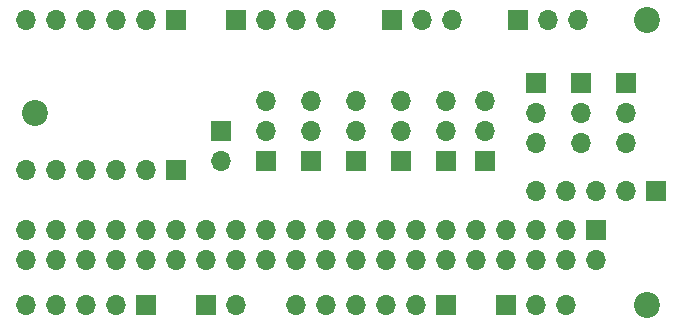
<source format=gbs>
G04 #@! TF.GenerationSoftware,KiCad,Pcbnew,8.0.8*
G04 #@! TF.CreationDate,2025-04-06T11:28:41+01:00*
G04 #@! TF.ProjectId,flexbot_PCB07,666c6578-626f-4745-9f50-434230372e6b,rev?*
G04 #@! TF.SameCoordinates,Original*
G04 #@! TF.FileFunction,Soldermask,Bot*
G04 #@! TF.FilePolarity,Negative*
%FSLAX46Y46*%
G04 Gerber Fmt 4.6, Leading zero omitted, Abs format (unit mm)*
G04 Created by KiCad (PCBNEW 8.0.8) date 2025-04-06 11:28:41*
%MOMM*%
%LPD*%
G01*
G04 APERTURE LIST*
%ADD10O,1.700000X1.700000*%
%ADD11R,1.700000X1.700000*%
%ADD12C,2.200000*%
G04 APERTURE END LIST*
D10*
X106426000Y-43180000D03*
X103886000Y-43180000D03*
D11*
X101346000Y-43180000D03*
D10*
X107442000Y-19050000D03*
X104902000Y-19050000D03*
D11*
X102362000Y-19050000D03*
D12*
X61468000Y-26924000D03*
X113284000Y-19050000D03*
X113284000Y-43180000D03*
D11*
X107696000Y-24384000D03*
D10*
X107696000Y-26924000D03*
X107696000Y-29464000D03*
D11*
X77216000Y-28448000D03*
D10*
X77216000Y-30988000D03*
X78486000Y-43180000D03*
D11*
X75946000Y-43180000D03*
X108966000Y-36830000D03*
D10*
X108966000Y-39370000D03*
X106426000Y-36830000D03*
X106426000Y-39370000D03*
X103886000Y-36830000D03*
X103886000Y-39370000D03*
X101346000Y-36830000D03*
X101346000Y-39370000D03*
X98806000Y-36830000D03*
X98806000Y-39370000D03*
X96266000Y-36830000D03*
X96266000Y-39370000D03*
X93726000Y-36830000D03*
X93726000Y-39370000D03*
X91186000Y-36830000D03*
X91186000Y-39370000D03*
X88646000Y-36830000D03*
X88646000Y-39370000D03*
X86106000Y-36830000D03*
X86106000Y-39370000D03*
X83566000Y-36830000D03*
X83566000Y-39370000D03*
X81026000Y-36830000D03*
X81026000Y-39370000D03*
X78486000Y-36830000D03*
X78486000Y-39370000D03*
X75946000Y-36830000D03*
X75946000Y-39370000D03*
X73406000Y-36830000D03*
X73406000Y-39370000D03*
X70866000Y-36830000D03*
X70866000Y-39370000D03*
X68326000Y-36830000D03*
X68326000Y-39370000D03*
X65786000Y-36830000D03*
X65786000Y-39370000D03*
X63246000Y-36830000D03*
X63246000Y-39370000D03*
X60706000Y-36830000D03*
X60706000Y-39370000D03*
D11*
X91694000Y-19050000D03*
D10*
X94234000Y-19050000D03*
X96774000Y-19050000D03*
X83566000Y-43180000D03*
X86106000Y-43180000D03*
X88646000Y-43180000D03*
X91186000Y-43180000D03*
X93726000Y-43180000D03*
D11*
X96266000Y-43180000D03*
D10*
X103886000Y-33528000D03*
X106426000Y-33528000D03*
X108966000Y-33528000D03*
X111506000Y-33528000D03*
D11*
X114046000Y-33528000D03*
D10*
X111506000Y-29464000D03*
X111506000Y-26924000D03*
D11*
X111506000Y-24384000D03*
D10*
X103886000Y-29464000D03*
X103886000Y-26924000D03*
D11*
X103886000Y-24384000D03*
X73406000Y-19050000D03*
D10*
X70866000Y-19050000D03*
X68326000Y-19050000D03*
X65786000Y-19050000D03*
X63246000Y-19050000D03*
X60706000Y-19050000D03*
D11*
X73406000Y-31750000D03*
D10*
X70866000Y-31750000D03*
X68326000Y-31750000D03*
X65786000Y-31750000D03*
X63246000Y-31750000D03*
X60706000Y-31750000D03*
D11*
X70866000Y-43180000D03*
D10*
X68326000Y-43180000D03*
X65786000Y-43180000D03*
X63246000Y-43180000D03*
X60706000Y-43180000D03*
X84836000Y-25908000D03*
X84836000Y-28448000D03*
D11*
X84836000Y-30988000D03*
X81026000Y-30988000D03*
D10*
X81026000Y-28448000D03*
X81026000Y-25908000D03*
D11*
X99568000Y-30988000D03*
D10*
X99568000Y-28448000D03*
X99568000Y-25908000D03*
X96266000Y-25908000D03*
X96266000Y-28448000D03*
D11*
X96266000Y-30988000D03*
X92456000Y-30988000D03*
D10*
X92456000Y-28448000D03*
X92456000Y-25908000D03*
X88646000Y-25908000D03*
X88646000Y-28448000D03*
D11*
X88646000Y-30988000D03*
X78486000Y-19050000D03*
D10*
X81026000Y-19050000D03*
X83566000Y-19050000D03*
X86106000Y-19050000D03*
M02*

</source>
